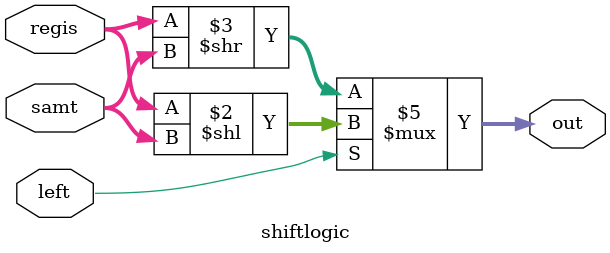
<source format=v>
module shiftlogic(left,regis,samt,out);
	input left;
	input [31:0]regis;
	input[4:0]samt;
	output reg [31:0]out;
	
	always@(*)
	if(left)
		out<=regis<<samt;
	else //thismeansshiftright
	out<=regis>>samt;
endmodule

</source>
